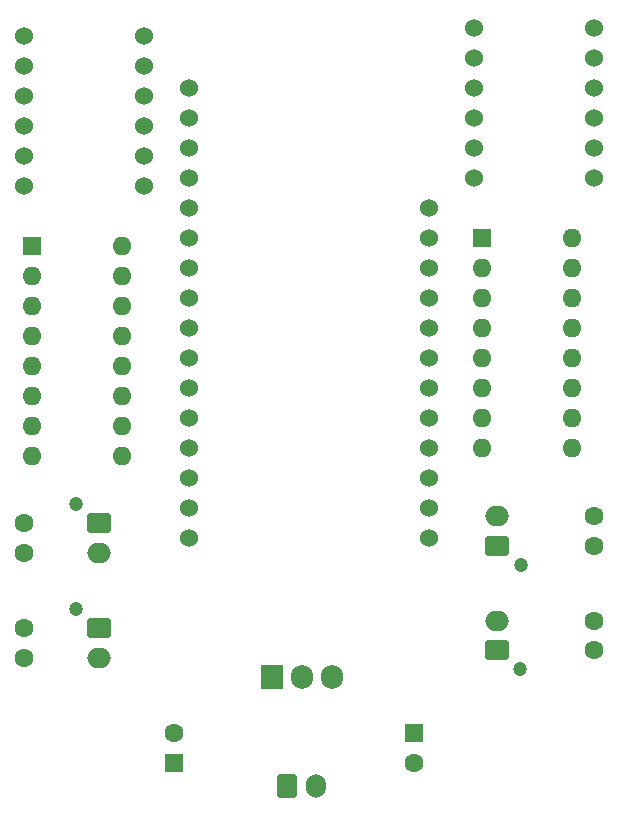
<source format=gbs>
%TF.GenerationSoftware,KiCad,Pcbnew,7.0.9*%
%TF.CreationDate,2024-11-13T11:23:37-07:00*%
%TF.ProjectId,fullOptBattleCartV1,66756c6c-4f70-4744-9261-74746c654361,rev?*%
%TF.SameCoordinates,Original*%
%TF.FileFunction,Soldermask,Bot*%
%TF.FilePolarity,Negative*%
%FSLAX46Y46*%
G04 Gerber Fmt 4.6, Leading zero omitted, Abs format (unit mm)*
G04 Created by KiCad (PCBNEW 7.0.9) date 2024-11-13 11:23:37*
%MOMM*%
%LPD*%
G01*
G04 APERTURE LIST*
G04 Aperture macros list*
%AMRoundRect*
0 Rectangle with rounded corners*
0 $1 Rounding radius*
0 $2 $3 $4 $5 $6 $7 $8 $9 X,Y pos of 4 corners*
0 Add a 4 corners polygon primitive as box body*
4,1,4,$2,$3,$4,$5,$6,$7,$8,$9,$2,$3,0*
0 Add four circle primitives for the rounded corners*
1,1,$1+$1,$2,$3*
1,1,$1+$1,$4,$5*
1,1,$1+$1,$6,$7*
1,1,$1+$1,$8,$9*
0 Add four rect primitives between the rounded corners*
20,1,$1+$1,$2,$3,$4,$5,0*
20,1,$1+$1,$4,$5,$6,$7,0*
20,1,$1+$1,$6,$7,$8,$9,0*
20,1,$1+$1,$8,$9,$2,$3,0*%
G04 Aperture macros list end*
%ADD10C,1.600000*%
%ADD11C,1.200000*%
%ADD12RoundRect,0.250000X-0.750000X0.600000X-0.750000X-0.600000X0.750000X-0.600000X0.750000X0.600000X0*%
%ADD13O,2.000000X1.700000*%
%ADD14R,1.600000X1.600000*%
%ADD15C,1.524000*%
%ADD16RoundRect,0.250000X0.750000X-0.600000X0.750000X0.600000X-0.750000X0.600000X-0.750000X-0.600000X0*%
%ADD17O,1.600000X1.600000*%
%ADD18R,1.905000X2.000000*%
%ADD19O,1.905000X2.000000*%
%ADD20RoundRect,0.250000X-0.600000X-0.750000X0.600000X-0.750000X0.600000X0.750000X-0.600000X0.750000X0*%
%ADD21O,1.700000X2.000000*%
G04 APERTURE END LIST*
D10*
%TO.C,C1*%
X50165000Y-78125000D03*
X50165000Y-80625000D03*
%TD*%
D11*
%TO.C,M1*%
X54515000Y-76505000D03*
D12*
X56515000Y-78105000D03*
D13*
X56515000Y-80605000D03*
%TD*%
D10*
%TO.C,C2*%
X50165000Y-86995000D03*
X50165000Y-89495000D03*
%TD*%
D14*
%TO.C,C5*%
X62865000Y-98385000D03*
D10*
X62865000Y-95885000D03*
%TD*%
D15*
%TO.C,U1*%
X64135000Y-41275000D03*
X64135000Y-43815000D03*
X64135000Y-46355000D03*
X64135000Y-48895000D03*
X64135000Y-51435000D03*
X64135000Y-53975000D03*
X64135000Y-56515000D03*
X64135000Y-59055000D03*
X64135000Y-61595000D03*
X64135000Y-64135000D03*
X64135000Y-66675000D03*
X64135000Y-69215000D03*
X64135000Y-71755000D03*
X64135000Y-74295000D03*
X64135000Y-76835000D03*
X64135000Y-79375000D03*
X84455000Y-79375000D03*
X84455000Y-76835000D03*
X84455000Y-74295000D03*
X84455000Y-71755000D03*
X84455000Y-69215000D03*
X84455000Y-66675000D03*
X84455000Y-64135000D03*
X84455000Y-61595000D03*
X84455000Y-59055000D03*
X84455000Y-56515000D03*
X84455000Y-53975000D03*
X84455000Y-51435000D03*
%TD*%
D11*
%TO.C,M4*%
X92170000Y-90460000D03*
D16*
X90170000Y-88860000D03*
D13*
X90170000Y-86360000D03*
%TD*%
D10*
%TO.C,C3*%
X98425000Y-80010000D03*
X98425000Y-77510000D03*
%TD*%
%TO.C,C4*%
X98425000Y-88880000D03*
X98425000Y-86380000D03*
%TD*%
D14*
%TO.C,U4*%
X50800000Y-54610000D03*
D17*
X50800000Y-57150000D03*
X50800000Y-59690000D03*
X50800000Y-62230000D03*
X50800000Y-64770000D03*
X50800000Y-67310000D03*
X50800000Y-69850000D03*
X50800000Y-72390000D03*
X58420000Y-72390000D03*
X58420000Y-69850000D03*
X58420000Y-67310000D03*
X58420000Y-64770000D03*
X58420000Y-62230000D03*
X58420000Y-59690000D03*
X58420000Y-57150000D03*
X58420000Y-54610000D03*
%TD*%
D18*
%TO.C,U6*%
X71120000Y-91115000D03*
D19*
X73660000Y-91115000D03*
X76200000Y-91115000D03*
%TD*%
D15*
%TO.C,U3*%
X88265000Y-36195000D03*
X88265000Y-38735000D03*
X88265000Y-41275000D03*
X88265000Y-43815000D03*
X88265000Y-46355000D03*
X88265000Y-48895000D03*
X98425000Y-48895000D03*
X98425000Y-46355000D03*
X98425000Y-43815000D03*
X98425000Y-41275000D03*
X98425000Y-38735000D03*
X98425000Y-36195000D03*
%TD*%
%TO.C,U2*%
X60325000Y-49530000D03*
X60325000Y-46990000D03*
X60325000Y-44450000D03*
X60325000Y-41910000D03*
X60325000Y-39370000D03*
X60325000Y-36830000D03*
X50165000Y-36830000D03*
X50165000Y-39370000D03*
X50165000Y-41910000D03*
X50165000Y-44450000D03*
X50165000Y-46990000D03*
X50165000Y-49530000D03*
%TD*%
D11*
%TO.C,M3*%
X92210000Y-81610000D03*
D16*
X90210000Y-80010000D03*
D13*
X90210000Y-77510000D03*
%TD*%
D14*
%TO.C,C6*%
X83185000Y-95885000D03*
D10*
X83185000Y-98385000D03*
%TD*%
D20*
%TO.C,BT1*%
X72410000Y-100330000D03*
D21*
X74910000Y-100330000D03*
%TD*%
D11*
%TO.C,M2*%
X54515000Y-85395000D03*
D12*
X56515000Y-86995000D03*
D13*
X56515000Y-89495000D03*
%TD*%
D14*
%TO.C,U5*%
X88900000Y-53975000D03*
D17*
X88900000Y-56515000D03*
X88900000Y-59055000D03*
X88900000Y-61595000D03*
X88900000Y-64135000D03*
X88900000Y-66675000D03*
X88900000Y-69215000D03*
X88900000Y-71755000D03*
X96520000Y-71755000D03*
X96520000Y-69215000D03*
X96520000Y-66675000D03*
X96520000Y-64135000D03*
X96520000Y-61595000D03*
X96520000Y-59055000D03*
X96520000Y-56515000D03*
X96520000Y-53975000D03*
%TD*%
M02*

</source>
